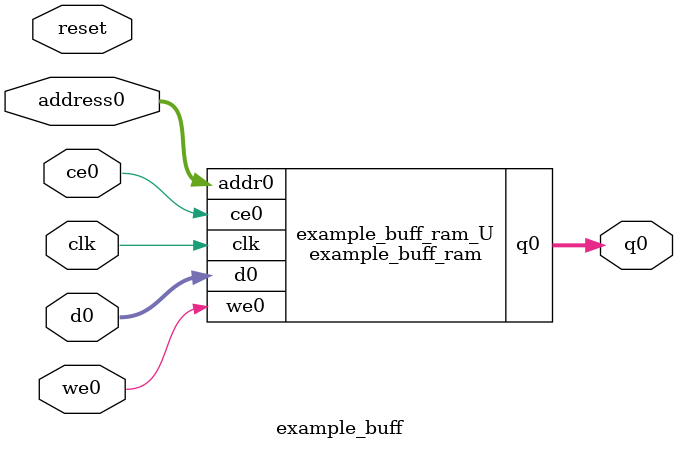
<source format=v>

`timescale 1 ns / 1 ps
module example_buff_ram (addr0, ce0, d0, we0, q0,  clk);

parameter DWIDTH = 32;
parameter AWIDTH = 7;
parameter MEM_SIZE = 128;

input[AWIDTH-1:0] addr0;
input ce0;
input[DWIDTH-1:0] d0;
input we0;
output reg[DWIDTH-1:0] q0;
input clk;

(* ram_style = "block" *)reg [DWIDTH-1:0] ram[MEM_SIZE-1:0];




always @(posedge clk)  
begin 
    if (ce0) 
    begin
        if (we0) 
        begin 
            ram[addr0] <= d0; 
            q0 <= d0;
        end 
        else 
            q0 <= ram[addr0];
    end
end


endmodule


`timescale 1 ns / 1 ps
module example_buff(
    reset,
    clk,
    address0,
    ce0,
    we0,
    d0,
    q0);

parameter DataWidth = 32'd32;
parameter AddressRange = 32'd128;
parameter AddressWidth = 32'd7;
input reset;
input clk;
input[AddressWidth - 1:0] address0;
input ce0;
input we0;
input[DataWidth - 1:0] d0;
output[DataWidth - 1:0] q0;



example_buff_ram example_buff_ram_U(
    .clk( clk ),
    .addr0( address0 ),
    .ce0( ce0 ),
    .d0( d0 ),
    .we0( we0 ),
    .q0( q0 ));

endmodule


</source>
